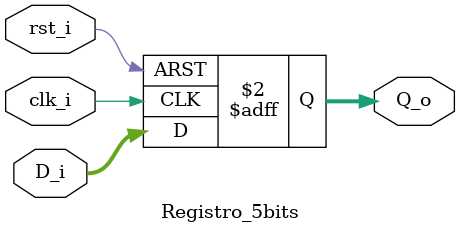
<source format=v>
`timescale 1ns / 1ps
module Registro_5bits(rst_i, clk_i,D_i,Q_o);
input rst_i, clk_i;
input [4:0] D_i;
output [4:0] Q_o;
reg [4:0] Q_o;

always @(posedge clk_i or posedge rst_i)
	if (rst_i)
		Q_o <= 5'b00000;
	else 
		if(clk_i)
		Q_o <= D_i;

endmodule 

</source>
